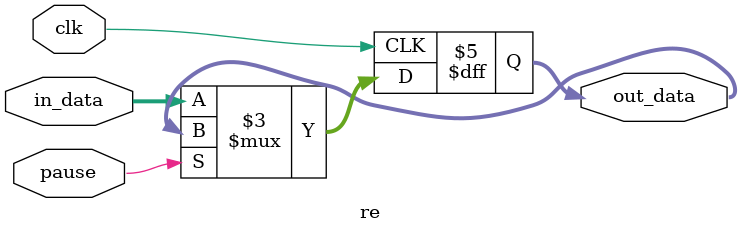
<source format=v>

module re(
	input wire		clk,
	input wire		pause,
	input wire	[7:0] in_data,
	output reg	[7:0] out_data
	);
	always @(posedge clk) begin
		if (pause) begin
			
		end
		else begin
		out_data <= in_data;
		end
	end
endmodule
</source>
